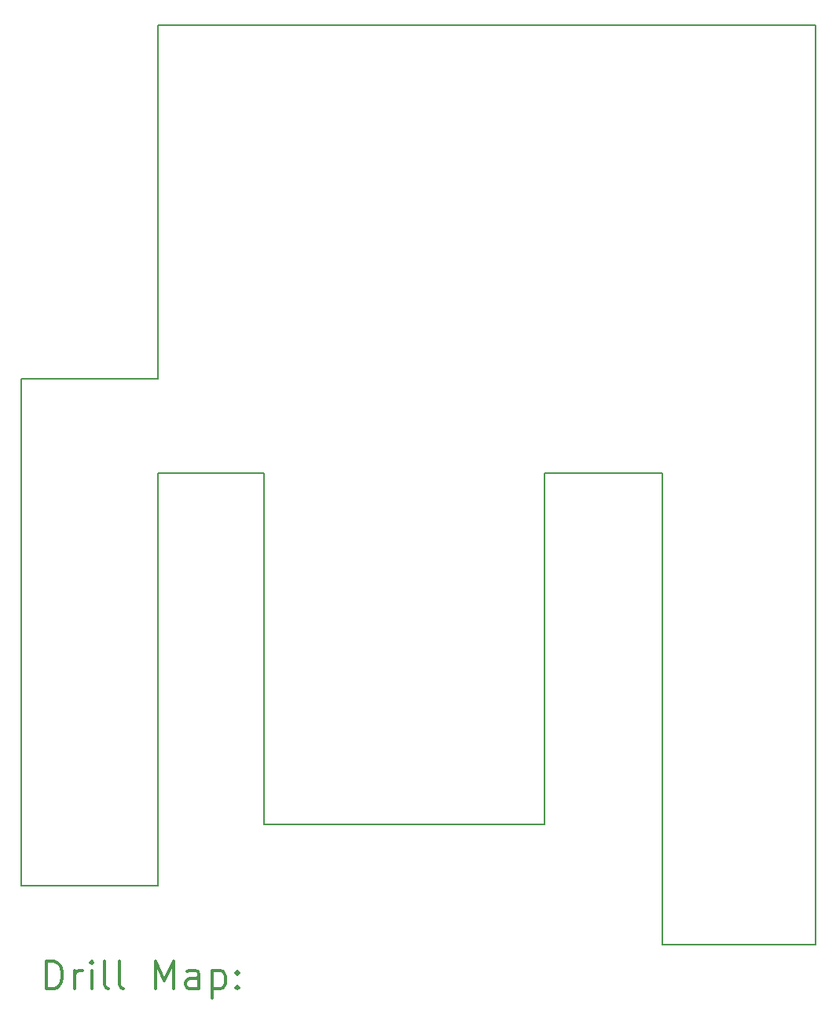
<source format=gbr>
%FSLAX45Y45*%
G04 Gerber Fmt 4.5, Leading zero omitted, Abs format (unit mm)*
G04 Created by KiCad (PCBNEW 5.0.2+dfsg1-1~bpo9+1) date sam. 29 juin 2019 23:36:13 CEST*
%MOMM*%
%LPD*%
G01*
G04 APERTURE LIST*
%ADD10C,0.200000*%
%ADD11C,0.150000*%
%ADD12C,0.300000*%
G04 APERTURE END LIST*
D10*
X14986000Y-13563600D02*
X14986000Y-9779000D01*
X16256000Y-9779000D02*
X16256000Y-14859000D01*
X16256000Y-9779000D02*
X14986000Y-9779000D01*
D11*
X10820400Y-4953000D02*
X10820400Y-7086600D01*
X14427200Y-4953000D02*
X10820400Y-4953000D01*
D10*
X9347200Y-14224000D02*
X9347200Y-14198600D01*
X10820400Y-14224000D02*
X9347200Y-14224000D01*
X10820400Y-9779000D02*
X10820400Y-14224000D01*
X11963400Y-9779000D02*
X10820400Y-9779000D01*
X11963400Y-13563600D02*
X11963400Y-9779000D01*
X14986000Y-13563600D02*
X11963400Y-13563600D01*
X10820400Y-8763000D02*
X10820400Y-7086600D01*
X9347200Y-8763000D02*
X10820400Y-8763000D01*
X9347200Y-14198600D02*
X9347200Y-8763000D01*
D11*
X17907000Y-4953000D02*
X14427200Y-4953000D01*
D10*
X17907000Y-14859000D02*
X16256000Y-14859000D01*
X17907000Y-4953000D02*
X17907000Y-14859000D01*
D10*
D12*
X9623628Y-15334714D02*
X9623628Y-15034714D01*
X9695057Y-15034714D01*
X9737914Y-15049000D01*
X9766486Y-15077571D01*
X9780771Y-15106143D01*
X9795057Y-15163286D01*
X9795057Y-15206143D01*
X9780771Y-15263286D01*
X9766486Y-15291857D01*
X9737914Y-15320429D01*
X9695057Y-15334714D01*
X9623628Y-15334714D01*
X9923628Y-15334714D02*
X9923628Y-15134714D01*
X9923628Y-15191857D02*
X9937914Y-15163286D01*
X9952200Y-15149000D01*
X9980771Y-15134714D01*
X10009343Y-15134714D01*
X10109343Y-15334714D02*
X10109343Y-15134714D01*
X10109343Y-15034714D02*
X10095057Y-15049000D01*
X10109343Y-15063286D01*
X10123628Y-15049000D01*
X10109343Y-15034714D01*
X10109343Y-15063286D01*
X10295057Y-15334714D02*
X10266486Y-15320429D01*
X10252200Y-15291857D01*
X10252200Y-15034714D01*
X10452200Y-15334714D02*
X10423628Y-15320429D01*
X10409343Y-15291857D01*
X10409343Y-15034714D01*
X10795057Y-15334714D02*
X10795057Y-15034714D01*
X10895057Y-15249000D01*
X10995057Y-15034714D01*
X10995057Y-15334714D01*
X11266486Y-15334714D02*
X11266486Y-15177571D01*
X11252200Y-15149000D01*
X11223628Y-15134714D01*
X11166486Y-15134714D01*
X11137914Y-15149000D01*
X11266486Y-15320429D02*
X11237914Y-15334714D01*
X11166486Y-15334714D01*
X11137914Y-15320429D01*
X11123628Y-15291857D01*
X11123628Y-15263286D01*
X11137914Y-15234714D01*
X11166486Y-15220429D01*
X11237914Y-15220429D01*
X11266486Y-15206143D01*
X11409343Y-15134714D02*
X11409343Y-15434714D01*
X11409343Y-15149000D02*
X11437914Y-15134714D01*
X11495057Y-15134714D01*
X11523628Y-15149000D01*
X11537914Y-15163286D01*
X11552200Y-15191857D01*
X11552200Y-15277571D01*
X11537914Y-15306143D01*
X11523628Y-15320429D01*
X11495057Y-15334714D01*
X11437914Y-15334714D01*
X11409343Y-15320429D01*
X11680771Y-15306143D02*
X11695057Y-15320429D01*
X11680771Y-15334714D01*
X11666486Y-15320429D01*
X11680771Y-15306143D01*
X11680771Y-15334714D01*
X11680771Y-15149000D02*
X11695057Y-15163286D01*
X11680771Y-15177571D01*
X11666486Y-15163286D01*
X11680771Y-15149000D01*
X11680771Y-15177571D01*
M02*

</source>
